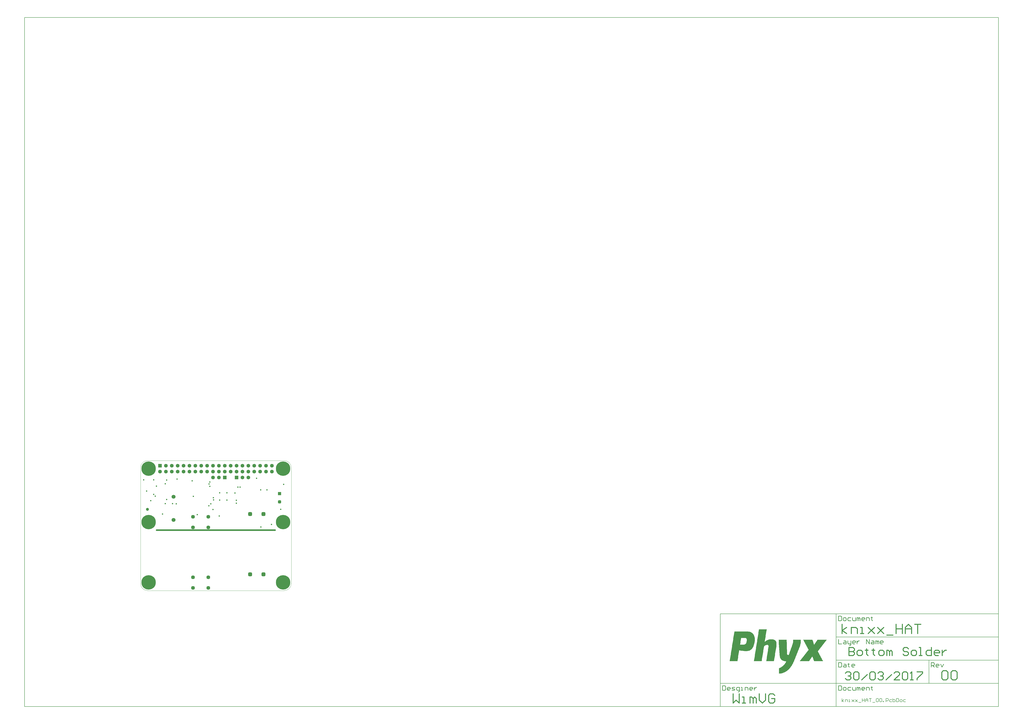
<source format=gbs>
G04 Layer_Color=16711935*
%FSLAX25Y25*%
%MOIN*%
G70*
G01*
G75*
%ADD11C,0.00787*%
%ADD36C,0.01575*%
%ADD37C,0.00394*%
%ADD38C,0.00984*%
%ADD40C,0.05118*%
%ADD42C,0.06299*%
%ADD88C,0.06394*%
%ADD89C,0.00394*%
%ADD90C,0.24410*%
G04:AMPARAMS|DCode=91|XSize=66.93mil|YSize=66.93mil|CornerRadius=17.72mil|HoleSize=0mil|Usage=FLASHONLY|Rotation=0.000|XOffset=0mil|YOffset=0mil|HoleType=Round|Shape=RoundedRectangle|*
%AMROUNDEDRECTD91*
21,1,0.06693,0.03150,0,0,0.0*
21,1,0.03150,0.06693,0,0,0.0*
1,1,0.03543,0.01575,-0.01575*
1,1,0.03543,-0.01575,-0.01575*
1,1,0.03543,-0.01575,0.01575*
1,1,0.03543,0.01575,0.01575*
%
%ADD91ROUNDEDRECTD91*%
%ADD92C,0.06693*%
%ADD93R,0.06299X0.06299*%
G04:AMPARAMS|DCode=94|XSize=53.15mil|YSize=53.15mil|CornerRadius=14.27mil|HoleSize=0mil|Usage=FLASHONLY|Rotation=270.000|XOffset=0mil|YOffset=0mil|HoleType=Round|Shape=RoundedRectangle|*
%AMROUNDEDRECTD94*
21,1,0.05315,0.02461,0,0,270.0*
21,1,0.02461,0.05315,0,0,270.0*
1,1,0.02854,-0.01230,-0.01230*
1,1,0.02854,-0.01230,0.01230*
1,1,0.02854,0.01230,0.01230*
1,1,0.02854,0.01230,-0.01230*
%
%ADD94ROUNDEDRECTD94*%
%ADD95R,0.05315X0.05315*%
%ADD96C,0.02756*%
%ADD97C,0.02362*%
G36*
X1121080Y-186079D02*
Y-186365D01*
Y-186652D01*
Y-186938D01*
Y-187224D01*
Y-187511D01*
Y-187797D01*
Y-188083D01*
Y-188370D01*
Y-188656D01*
Y-188942D01*
Y-189229D01*
Y-189515D01*
Y-189801D01*
Y-190088D01*
Y-190374D01*
Y-190660D01*
Y-190946D01*
Y-191233D01*
Y-191519D01*
Y-191806D01*
X1120793D01*
Y-192092D01*
Y-192378D01*
Y-192664D01*
Y-192951D01*
Y-193237D01*
X1120507D01*
Y-193523D01*
Y-193810D01*
Y-194096D01*
Y-194382D01*
X1120221D01*
Y-194669D01*
Y-194955D01*
Y-195241D01*
Y-195528D01*
X1119934D01*
Y-195814D01*
Y-196100D01*
Y-196387D01*
X1119648D01*
Y-196673D01*
Y-196959D01*
Y-197245D01*
X1119362D01*
Y-197532D01*
Y-197818D01*
Y-198104D01*
X1119075D01*
Y-198391D01*
Y-198677D01*
Y-198963D01*
X1118789D01*
Y-199250D01*
Y-199536D01*
X1118503D01*
Y-199822D01*
Y-200109D01*
X1118217D01*
Y-200395D01*
Y-200681D01*
Y-200968D01*
X1117930D01*
Y-201254D01*
Y-201540D01*
X1117644D01*
Y-201826D01*
Y-202113D01*
Y-202399D01*
X1117358D01*
Y-202685D01*
Y-202972D01*
X1117071D01*
Y-203258D01*
Y-203544D01*
Y-203831D01*
X1116785D01*
Y-204117D01*
Y-204403D01*
X1116499D01*
Y-204690D01*
Y-204976D01*
Y-205262D01*
X1116212D01*
Y-205549D01*
Y-205835D01*
X1115926D01*
Y-206121D01*
Y-206407D01*
Y-206694D01*
X1115640D01*
Y-206980D01*
Y-207266D01*
X1115353D01*
Y-207553D01*
Y-207839D01*
Y-208125D01*
X1115067D01*
Y-208412D01*
Y-208698D01*
X1114781D01*
Y-208984D01*
Y-209271D01*
Y-209557D01*
X1114494D01*
Y-209843D01*
Y-210129D01*
X1114208D01*
Y-210416D01*
Y-210702D01*
Y-210988D01*
X1113922D01*
Y-211275D01*
Y-211561D01*
X1113636D01*
Y-211847D01*
Y-212134D01*
Y-212420D01*
X1113349D01*
Y-212706D01*
Y-212993D01*
X1113063D01*
Y-213279D01*
Y-213565D01*
Y-213851D01*
X1112776D01*
Y-214138D01*
Y-214424D01*
X1112490D01*
Y-214710D01*
Y-214997D01*
Y-215283D01*
X1112204D01*
Y-215569D01*
Y-215856D01*
X1111918D01*
Y-216142D01*
Y-216428D01*
Y-216715D01*
X1111631D01*
Y-217001D01*
Y-217287D01*
X1111345D01*
Y-217574D01*
Y-217860D01*
Y-218146D01*
X1111059D01*
Y-218433D01*
Y-218719D01*
X1110772D01*
Y-219005D01*
Y-219291D01*
Y-219578D01*
X1110486D01*
Y-219864D01*
Y-220150D01*
X1110200D01*
Y-220437D01*
Y-220723D01*
Y-221009D01*
X1109913D01*
Y-221296D01*
Y-221582D01*
X1109627D01*
Y-221868D01*
Y-222155D01*
Y-222441D01*
X1109341D01*
Y-222727D01*
Y-223014D01*
X1109054D01*
Y-223300D01*
Y-223586D01*
X1108768D01*
Y-223872D01*
Y-224159D01*
X1108482D01*
Y-224445D01*
Y-224731D01*
Y-225018D01*
X1108195D01*
Y-225304D01*
X1107909D01*
Y-225590D01*
Y-225877D01*
Y-226163D01*
X1107623D01*
Y-226449D01*
X1107337D01*
Y-226736D01*
Y-227022D01*
X1107050D01*
Y-227308D01*
Y-227595D01*
X1106764D01*
Y-227881D01*
Y-228167D01*
X1106478D01*
Y-228453D01*
Y-228740D01*
X1106191D01*
Y-229026D01*
X1105905D01*
Y-229312D01*
Y-229599D01*
X1105619D01*
Y-229885D01*
Y-230171D01*
X1105332D01*
Y-230458D01*
X1105046D01*
Y-230744D01*
X1104760D01*
Y-231030D01*
Y-231317D01*
X1104473D01*
Y-231603D01*
X1104187D01*
Y-231889D01*
Y-232176D01*
X1103901D01*
Y-232462D01*
X1103615D01*
Y-232748D01*
X1103328D01*
Y-233034D01*
Y-233321D01*
X1103042D01*
Y-233607D01*
X1102756D01*
Y-233893D01*
X1102469D01*
Y-234180D01*
X1102183D01*
Y-234466D01*
X1101897D01*
Y-234752D01*
Y-235039D01*
X1101610D01*
Y-235325D01*
X1101324D01*
Y-235611D01*
X1101038D01*
Y-235898D01*
X1100751D01*
Y-236184D01*
X1100465D01*
Y-236470D01*
X1100179D01*
Y-236757D01*
X1099892D01*
Y-237043D01*
X1099320D01*
Y-237329D01*
X1099034D01*
Y-237615D01*
X1098747D01*
Y-237902D01*
X1098461D01*
Y-238188D01*
X1098175D01*
Y-238474D01*
X1097602D01*
Y-238761D01*
X1097316D01*
Y-239047D01*
X1096743D01*
Y-239333D01*
X1096457D01*
Y-239620D01*
X1095884D01*
Y-239906D01*
X1095598D01*
Y-240192D01*
X1095025D01*
Y-240479D01*
X1094452D01*
Y-240765D01*
X1093880D01*
Y-241051D01*
X1093307D01*
Y-241338D01*
X1092735D01*
Y-241624D01*
X1091876D01*
Y-241910D01*
X1091303D01*
Y-242196D01*
X1090444D01*
Y-242483D01*
X1089299D01*
Y-242769D01*
X1088154D01*
Y-243056D01*
X1086436D01*
Y-243342D01*
X1084432D01*
Y-243628D01*
X1084145D01*
Y-243342D01*
Y-243056D01*
Y-242769D01*
Y-242483D01*
Y-242196D01*
Y-241910D01*
Y-241624D01*
Y-241338D01*
Y-241051D01*
Y-240765D01*
Y-240479D01*
Y-240192D01*
Y-239906D01*
Y-239620D01*
Y-239333D01*
Y-239047D01*
Y-238761D01*
Y-238474D01*
Y-238188D01*
Y-237902D01*
Y-237615D01*
Y-237329D01*
Y-237043D01*
Y-236757D01*
Y-236470D01*
Y-236184D01*
Y-235898D01*
Y-235611D01*
Y-235325D01*
Y-235039D01*
Y-234752D01*
Y-234466D01*
Y-234180D01*
X1084718D01*
Y-233893D01*
X1085291D01*
Y-233607D01*
X1085863D01*
Y-233321D01*
X1086436D01*
Y-233034D01*
X1087008D01*
Y-232748D01*
X1087581D01*
Y-232462D01*
X1087867D01*
Y-232176D01*
X1088440D01*
Y-231889D01*
X1088726D01*
Y-231603D01*
X1089299D01*
Y-231317D01*
X1089585D01*
Y-231030D01*
X1089872D01*
Y-230744D01*
X1090444D01*
Y-230458D01*
X1090730D01*
Y-230171D01*
X1091017D01*
Y-229885D01*
X1091303D01*
Y-229599D01*
X1091589D01*
Y-229312D01*
X1091876D01*
Y-229026D01*
X1092162D01*
Y-228740D01*
X1092448D01*
Y-228453D01*
X1092735D01*
Y-228167D01*
X1093021D01*
Y-227881D01*
X1093307D01*
Y-227595D01*
X1093594D01*
Y-227308D01*
Y-227022D01*
X1093880D01*
Y-226736D01*
X1094166D01*
Y-226449D01*
X1094452D01*
Y-226163D01*
Y-225877D01*
X1094739D01*
Y-225590D01*
X1095025D01*
Y-225304D01*
Y-225018D01*
X1095311D01*
Y-224731D01*
Y-224445D01*
X1095598D01*
Y-224159D01*
X1095884D01*
Y-223872D01*
Y-223586D01*
X1096170D01*
Y-223300D01*
Y-223014D01*
X1096457D01*
Y-222727D01*
Y-222441D01*
X1094739D01*
Y-222155D01*
X1092735D01*
Y-221868D01*
X1091589D01*
Y-221582D01*
X1091017D01*
Y-221296D01*
X1090158D01*
Y-221009D01*
X1089585D01*
Y-220723D01*
X1089299D01*
Y-220437D01*
X1088726D01*
Y-220150D01*
X1088440D01*
Y-219864D01*
X1088154D01*
Y-219578D01*
X1087867D01*
Y-219291D01*
X1087581D01*
Y-219005D01*
X1087295D01*
Y-218719D01*
Y-218433D01*
X1087008D01*
Y-218146D01*
X1086722D01*
Y-217860D01*
Y-217574D01*
X1086436D01*
Y-217287D01*
Y-217001D01*
X1086149D01*
Y-216715D01*
Y-216428D01*
X1085863D01*
Y-216142D01*
Y-215856D01*
Y-215569D01*
X1085577D01*
Y-215283D01*
Y-214997D01*
Y-214710D01*
Y-214424D01*
X1085291D01*
Y-214138D01*
Y-213851D01*
Y-213565D01*
Y-213279D01*
Y-212993D01*
Y-212706D01*
Y-212420D01*
X1085004D01*
Y-212134D01*
Y-211847D01*
Y-211561D01*
Y-211275D01*
Y-210988D01*
Y-210702D01*
Y-210416D01*
Y-210129D01*
Y-209843D01*
Y-209557D01*
Y-209271D01*
Y-208984D01*
Y-208698D01*
Y-208412D01*
Y-208125D01*
X1084718D01*
Y-207839D01*
Y-207553D01*
Y-207266D01*
Y-206980D01*
Y-206694D01*
Y-206407D01*
Y-206121D01*
Y-205835D01*
Y-205549D01*
Y-205262D01*
Y-204976D01*
Y-204690D01*
Y-204403D01*
Y-204117D01*
Y-203831D01*
X1084432D01*
Y-203544D01*
Y-203258D01*
Y-202972D01*
Y-202685D01*
Y-202399D01*
Y-202113D01*
Y-201826D01*
Y-201540D01*
Y-201254D01*
Y-200968D01*
Y-200681D01*
Y-200395D01*
Y-200109D01*
Y-199822D01*
Y-199536D01*
Y-199250D01*
X1084145D01*
Y-198963D01*
Y-198677D01*
Y-198391D01*
Y-198104D01*
Y-197818D01*
Y-197532D01*
Y-197245D01*
Y-196959D01*
Y-196673D01*
Y-196387D01*
Y-196100D01*
Y-195814D01*
Y-195528D01*
Y-195241D01*
Y-194955D01*
Y-194669D01*
X1083859D01*
Y-194382D01*
Y-194096D01*
Y-193810D01*
Y-193523D01*
Y-193237D01*
Y-192951D01*
Y-192664D01*
Y-192378D01*
Y-192092D01*
Y-191806D01*
Y-191519D01*
Y-191233D01*
Y-190946D01*
Y-190660D01*
X1083573D01*
Y-190374D01*
Y-190088D01*
Y-189801D01*
Y-189515D01*
Y-189229D01*
Y-188942D01*
Y-188656D01*
Y-188370D01*
Y-188083D01*
Y-187797D01*
Y-187511D01*
Y-187224D01*
Y-186938D01*
Y-186652D01*
Y-186365D01*
Y-186079D01*
X1083286D01*
Y-185793D01*
X1097029D01*
Y-186079D01*
Y-186365D01*
Y-186652D01*
Y-186938D01*
Y-187224D01*
Y-187511D01*
Y-187797D01*
Y-188083D01*
Y-188370D01*
Y-188656D01*
Y-188942D01*
Y-189229D01*
Y-189515D01*
Y-189801D01*
X1097316D01*
Y-190088D01*
Y-190374D01*
Y-190660D01*
Y-190946D01*
Y-191233D01*
Y-191519D01*
Y-191806D01*
Y-192092D01*
Y-192378D01*
Y-192664D01*
Y-192951D01*
Y-193237D01*
Y-193523D01*
Y-193810D01*
Y-194096D01*
Y-194382D01*
Y-194669D01*
Y-194955D01*
Y-195241D01*
Y-195528D01*
Y-195814D01*
Y-196100D01*
Y-196387D01*
Y-196673D01*
Y-196959D01*
Y-197245D01*
Y-197532D01*
Y-197818D01*
Y-198104D01*
Y-198391D01*
Y-198677D01*
Y-198963D01*
Y-199250D01*
Y-199536D01*
Y-199822D01*
Y-200109D01*
Y-200395D01*
Y-200681D01*
Y-200968D01*
Y-201254D01*
Y-201540D01*
X1097602D01*
Y-201826D01*
X1097316D01*
Y-202113D01*
Y-202399D01*
X1097602D01*
Y-202685D01*
Y-202972D01*
Y-203258D01*
Y-203544D01*
Y-203831D01*
Y-204117D01*
Y-204403D01*
Y-204690D01*
Y-204976D01*
Y-205262D01*
Y-205549D01*
Y-205835D01*
Y-206121D01*
Y-206407D01*
Y-206694D01*
Y-206980D01*
Y-207266D01*
Y-207553D01*
Y-207839D01*
Y-208125D01*
Y-208412D01*
Y-208698D01*
Y-208984D01*
Y-209271D01*
Y-209557D01*
Y-209843D01*
X1097888D01*
Y-210129D01*
Y-210416D01*
Y-210702D01*
X1098175D01*
Y-210988D01*
X1098461D01*
Y-211275D01*
X1098747D01*
Y-211561D01*
X1099606D01*
Y-211847D01*
X1100465D01*
Y-211561D01*
X1100751D01*
Y-211275D01*
Y-210988D01*
Y-210702D01*
X1101038D01*
Y-210416D01*
Y-210129D01*
X1101324D01*
Y-209843D01*
Y-209557D01*
Y-209271D01*
X1101610D01*
Y-208984D01*
Y-208698D01*
Y-208412D01*
X1101897D01*
Y-208125D01*
Y-207839D01*
Y-207553D01*
X1102183D01*
Y-207266D01*
Y-206980D01*
Y-206694D01*
X1102469D01*
Y-206407D01*
Y-206121D01*
X1102756D01*
Y-205835D01*
Y-205549D01*
Y-205262D01*
X1103042D01*
Y-204976D01*
Y-204690D01*
Y-204403D01*
X1103328D01*
Y-204117D01*
Y-203831D01*
Y-203544D01*
X1103615D01*
Y-203258D01*
Y-202972D01*
X1103901D01*
Y-202685D01*
Y-202399D01*
Y-202113D01*
X1104187D01*
Y-201826D01*
Y-201540D01*
Y-201254D01*
X1104473D01*
Y-200968D01*
Y-200681D01*
Y-200395D01*
X1104760D01*
Y-200109D01*
Y-199822D01*
X1105046D01*
Y-199536D01*
Y-199250D01*
Y-198963D01*
X1105332D01*
Y-198677D01*
Y-198391D01*
Y-198104D01*
X1105619D01*
Y-197818D01*
Y-197532D01*
Y-197245D01*
X1105905D01*
Y-196959D01*
Y-196673D01*
X1106191D01*
Y-196387D01*
Y-196100D01*
Y-195814D01*
X1106478D01*
Y-195528D01*
Y-195241D01*
Y-194955D01*
X1106764D01*
Y-194669D01*
Y-194382D01*
Y-194096D01*
X1107050D01*
Y-193810D01*
Y-193523D01*
Y-193237D01*
Y-192951D01*
X1107337D01*
Y-192664D01*
Y-192378D01*
Y-192092D01*
Y-191806D01*
X1107623D01*
Y-191519D01*
Y-191233D01*
Y-190946D01*
Y-190660D01*
Y-190374D01*
X1107909D01*
Y-190088D01*
Y-189801D01*
Y-189515D01*
Y-189229D01*
Y-188942D01*
Y-188656D01*
X1108195D01*
Y-188370D01*
Y-188083D01*
Y-187797D01*
Y-187511D01*
Y-187224D01*
Y-186938D01*
Y-186652D01*
Y-186365D01*
Y-186079D01*
Y-185793D01*
X1121080D01*
Y-186079D01*
D02*
G37*
G36*
X1063244Y-168614D02*
Y-168900D01*
X1062958D01*
Y-169187D01*
Y-169473D01*
Y-169759D01*
Y-170046D01*
Y-170332D01*
Y-170618D01*
X1062672D01*
Y-170905D01*
Y-171191D01*
Y-171477D01*
Y-171764D01*
Y-172050D01*
Y-172336D01*
X1062385D01*
Y-172623D01*
Y-172909D01*
Y-173195D01*
Y-173481D01*
Y-173768D01*
Y-174054D01*
Y-174340D01*
X1062099D01*
Y-174627D01*
Y-174913D01*
Y-175199D01*
Y-175486D01*
Y-175772D01*
Y-176058D01*
X1061813D01*
Y-176345D01*
Y-176631D01*
Y-176917D01*
Y-177204D01*
Y-177490D01*
Y-177776D01*
X1061526D01*
Y-178062D01*
Y-178349D01*
Y-178635D01*
Y-178921D01*
Y-179208D01*
Y-179494D01*
Y-179780D01*
X1061240D01*
Y-180067D01*
Y-180353D01*
Y-180639D01*
Y-180926D01*
Y-181212D01*
Y-181498D01*
X1060954D01*
Y-181784D01*
Y-182071D01*
Y-182357D01*
Y-182643D01*
Y-182930D01*
Y-183216D01*
X1060668D01*
Y-183502D01*
Y-183789D01*
Y-184075D01*
Y-184361D01*
Y-184648D01*
Y-184934D01*
X1060381D01*
Y-185220D01*
Y-185507D01*
Y-185793D01*
Y-186079D01*
Y-186365D01*
Y-186652D01*
Y-186938D01*
X1060095D01*
Y-187224D01*
Y-187511D01*
Y-187797D01*
Y-188083D01*
Y-188370D01*
Y-188656D01*
X1059809D01*
Y-188942D01*
Y-189229D01*
X1060381D01*
Y-188942D01*
X1060668D01*
Y-188656D01*
X1060954D01*
Y-188370D01*
X1061526D01*
Y-188083D01*
X1061813D01*
Y-187797D01*
X1062099D01*
Y-187511D01*
X1062672D01*
Y-187224D01*
X1063244D01*
Y-186938D01*
X1063531D01*
Y-186652D01*
X1064103D01*
Y-186365D01*
X1064962D01*
Y-186079D01*
X1065535D01*
Y-185793D01*
X1066394D01*
Y-185507D01*
X1067825D01*
Y-185220D01*
X1074124D01*
Y-185507D01*
X1075270D01*
Y-185793D01*
X1076128D01*
Y-186079D01*
X1076701D01*
Y-186365D01*
X1076987D01*
Y-186652D01*
X1077560D01*
Y-186938D01*
X1077846D01*
Y-187224D01*
X1078133D01*
Y-187511D01*
X1078419D01*
Y-187797D01*
X1078705D01*
Y-188083D01*
Y-188370D01*
X1078992D01*
Y-188656D01*
Y-188942D01*
X1079278D01*
Y-189229D01*
Y-189515D01*
Y-189801D01*
X1079564D01*
Y-190088D01*
Y-190374D01*
Y-190660D01*
Y-190946D01*
X1079850D01*
Y-191233D01*
Y-191519D01*
Y-191806D01*
Y-192092D01*
Y-192378D01*
Y-192664D01*
Y-192951D01*
Y-193237D01*
Y-193523D01*
Y-193810D01*
Y-194096D01*
Y-194382D01*
Y-194669D01*
Y-194955D01*
Y-195241D01*
Y-195528D01*
Y-195814D01*
Y-196100D01*
X1079564D01*
Y-196387D01*
Y-196673D01*
Y-196959D01*
Y-197245D01*
Y-197532D01*
Y-197818D01*
Y-198104D01*
X1079278D01*
Y-198391D01*
Y-198677D01*
Y-198963D01*
Y-199250D01*
Y-199536D01*
Y-199822D01*
Y-200109D01*
X1078992D01*
Y-200395D01*
Y-200681D01*
Y-200968D01*
Y-201254D01*
Y-201540D01*
Y-201826D01*
X1078705D01*
Y-202113D01*
Y-202399D01*
Y-202685D01*
Y-202972D01*
Y-203258D01*
Y-203544D01*
X1078419D01*
Y-203831D01*
Y-204117D01*
Y-204403D01*
Y-204690D01*
Y-204976D01*
Y-205262D01*
X1078133D01*
Y-205549D01*
Y-205835D01*
Y-206121D01*
Y-206407D01*
Y-206694D01*
Y-206980D01*
Y-207266D01*
X1077846D01*
Y-207553D01*
Y-207839D01*
Y-208125D01*
Y-208412D01*
Y-208698D01*
Y-208984D01*
X1077560D01*
Y-209271D01*
Y-209557D01*
Y-209843D01*
Y-210129D01*
Y-210416D01*
Y-210702D01*
X1077274D01*
Y-210988D01*
Y-211275D01*
Y-211561D01*
Y-211847D01*
Y-212134D01*
Y-212420D01*
Y-212706D01*
X1076987D01*
Y-212993D01*
Y-213279D01*
Y-213565D01*
Y-213851D01*
Y-214138D01*
Y-214424D01*
X1076701D01*
Y-214710D01*
Y-214997D01*
Y-215283D01*
Y-215569D01*
Y-215856D01*
Y-216142D01*
X1076415D01*
Y-216428D01*
Y-216715D01*
Y-217001D01*
Y-217287D01*
Y-217574D01*
Y-217860D01*
X1076128D01*
Y-218146D01*
Y-218433D01*
Y-218719D01*
Y-219005D01*
Y-219291D01*
Y-219578D01*
Y-219864D01*
X1075842D01*
Y-220150D01*
Y-220437D01*
Y-220723D01*
Y-221009D01*
Y-221296D01*
Y-221582D01*
X1075556D01*
Y-221868D01*
Y-222155D01*
X1062385D01*
Y-221868D01*
Y-221582D01*
X1062672D01*
Y-221296D01*
Y-221009D01*
Y-220723D01*
Y-220437D01*
Y-220150D01*
Y-219864D01*
X1062958D01*
Y-219578D01*
Y-219291D01*
Y-219005D01*
Y-218719D01*
Y-218433D01*
Y-218146D01*
Y-217860D01*
X1063244D01*
Y-217574D01*
Y-217287D01*
Y-217001D01*
Y-216715D01*
Y-216428D01*
Y-216142D01*
X1063531D01*
Y-215856D01*
Y-215569D01*
Y-215283D01*
Y-214997D01*
Y-214710D01*
Y-214424D01*
X1063817D01*
Y-214138D01*
Y-213851D01*
Y-213565D01*
Y-213279D01*
Y-212993D01*
Y-212706D01*
Y-212420D01*
X1064103D01*
Y-212134D01*
Y-211847D01*
Y-211561D01*
Y-211275D01*
Y-210988D01*
Y-210702D01*
X1064390D01*
Y-210416D01*
Y-210129D01*
Y-209843D01*
Y-209557D01*
Y-209271D01*
Y-208984D01*
Y-208698D01*
X1064676D01*
Y-208412D01*
Y-208125D01*
Y-207839D01*
Y-207553D01*
Y-207266D01*
Y-206980D01*
X1064962D01*
Y-206694D01*
Y-206407D01*
Y-206121D01*
Y-205835D01*
Y-205549D01*
Y-205262D01*
X1065249D01*
Y-204976D01*
Y-204690D01*
Y-204403D01*
Y-204117D01*
Y-203831D01*
Y-203544D01*
X1065535D01*
Y-203258D01*
Y-202972D01*
Y-202685D01*
Y-202399D01*
Y-202113D01*
Y-201826D01*
Y-201540D01*
X1065821D01*
Y-201254D01*
Y-200968D01*
Y-200681D01*
Y-200395D01*
Y-200109D01*
Y-199822D01*
X1066107D01*
Y-199536D01*
Y-199250D01*
Y-198963D01*
Y-198677D01*
Y-198391D01*
Y-198104D01*
Y-197818D01*
X1066394D01*
Y-197532D01*
Y-197245D01*
Y-196959D01*
Y-196673D01*
Y-196387D01*
Y-196100D01*
X1066107D01*
Y-195814D01*
Y-195528D01*
X1065821D01*
Y-195241D01*
X1065535D01*
Y-194955D01*
X1064962D01*
Y-194669D01*
X1063244D01*
Y-194955D01*
X1061813D01*
Y-195241D01*
X1060954D01*
Y-195528D01*
X1060381D01*
Y-195814D01*
X1060095D01*
Y-196100D01*
X1059522D01*
Y-196387D01*
X1059236D01*
Y-196673D01*
X1058950D01*
Y-196959D01*
Y-197245D01*
X1058663D01*
Y-197532D01*
Y-197818D01*
Y-198104D01*
X1058377D01*
Y-198391D01*
Y-198677D01*
Y-198963D01*
Y-199250D01*
Y-199536D01*
Y-199822D01*
X1058091D01*
Y-200109D01*
Y-200395D01*
Y-200681D01*
Y-200968D01*
Y-201254D01*
Y-201540D01*
Y-201826D01*
X1057804D01*
Y-202113D01*
Y-202399D01*
Y-202685D01*
Y-202972D01*
Y-203258D01*
Y-203544D01*
X1057518D01*
Y-203831D01*
Y-204117D01*
Y-204403D01*
Y-204690D01*
Y-204976D01*
Y-205262D01*
X1057232D01*
Y-205549D01*
Y-205835D01*
Y-206121D01*
Y-206407D01*
Y-206694D01*
Y-206980D01*
X1056946D01*
Y-207266D01*
Y-207553D01*
Y-207839D01*
Y-208125D01*
Y-208412D01*
Y-208698D01*
Y-208984D01*
X1056659D01*
Y-209271D01*
Y-209557D01*
Y-209843D01*
Y-210129D01*
Y-210416D01*
Y-210702D01*
X1056373D01*
Y-210988D01*
Y-211275D01*
Y-211561D01*
Y-211847D01*
Y-212134D01*
Y-212420D01*
X1056087D01*
Y-212706D01*
Y-212993D01*
Y-213279D01*
Y-213565D01*
Y-213851D01*
Y-214138D01*
Y-214424D01*
X1055800D01*
Y-214710D01*
Y-214997D01*
Y-215283D01*
Y-215569D01*
Y-215856D01*
Y-216142D01*
X1055514D01*
Y-216428D01*
Y-216715D01*
Y-217001D01*
Y-217287D01*
Y-217574D01*
Y-217860D01*
X1055228D01*
Y-218146D01*
Y-218433D01*
Y-218719D01*
Y-219005D01*
Y-219291D01*
Y-219578D01*
X1054941D01*
Y-219864D01*
Y-220150D01*
Y-220437D01*
Y-220723D01*
Y-221009D01*
Y-221296D01*
Y-221582D01*
X1054655D01*
Y-221868D01*
Y-222155D01*
X1041485D01*
Y-221868D01*
Y-221582D01*
X1041771D01*
Y-221296D01*
Y-221009D01*
Y-220723D01*
Y-220437D01*
Y-220150D01*
Y-219864D01*
Y-219578D01*
X1042057D01*
Y-219291D01*
Y-219005D01*
Y-218719D01*
Y-218433D01*
Y-218146D01*
Y-217860D01*
X1042344D01*
Y-217574D01*
Y-217287D01*
Y-217001D01*
Y-216715D01*
Y-216428D01*
Y-216142D01*
X1042630D01*
Y-215856D01*
Y-215569D01*
Y-215283D01*
Y-214997D01*
Y-214710D01*
Y-214424D01*
Y-214138D01*
X1042916D01*
Y-213851D01*
Y-213565D01*
Y-213279D01*
Y-212993D01*
Y-212706D01*
Y-212420D01*
X1043202D01*
Y-212134D01*
Y-211847D01*
Y-211561D01*
Y-211275D01*
Y-210988D01*
Y-210702D01*
X1043489D01*
Y-210416D01*
Y-210129D01*
Y-209843D01*
Y-209557D01*
Y-209271D01*
Y-208984D01*
X1043775D01*
Y-208698D01*
Y-208412D01*
Y-208125D01*
Y-207839D01*
Y-207553D01*
Y-207266D01*
Y-206980D01*
X1044061D01*
Y-206694D01*
Y-206407D01*
Y-206121D01*
Y-205835D01*
Y-205549D01*
Y-205262D01*
X1044348D01*
Y-204976D01*
Y-204690D01*
Y-204403D01*
Y-204117D01*
Y-203831D01*
Y-203544D01*
X1044634D01*
Y-203258D01*
Y-202972D01*
Y-202685D01*
Y-202399D01*
Y-202113D01*
Y-201826D01*
Y-201540D01*
X1044920D01*
Y-201254D01*
Y-200968D01*
Y-200681D01*
Y-200395D01*
Y-200109D01*
Y-199822D01*
X1045207D01*
Y-199536D01*
Y-199250D01*
Y-198963D01*
Y-198677D01*
Y-198391D01*
Y-198104D01*
X1045493D01*
Y-197818D01*
Y-197532D01*
Y-197245D01*
Y-196959D01*
Y-196673D01*
Y-196387D01*
X1045779D01*
Y-196100D01*
Y-195814D01*
Y-195528D01*
Y-195241D01*
Y-194955D01*
Y-194669D01*
Y-194382D01*
X1046066D01*
Y-194096D01*
Y-193810D01*
Y-193523D01*
Y-193237D01*
Y-192951D01*
Y-192664D01*
X1046352D01*
Y-192378D01*
Y-192092D01*
Y-191806D01*
Y-191519D01*
Y-191233D01*
Y-190946D01*
X1046638D01*
Y-190660D01*
Y-190374D01*
Y-190088D01*
Y-189801D01*
Y-189515D01*
Y-189229D01*
X1046925D01*
Y-188942D01*
Y-188656D01*
Y-188370D01*
Y-188083D01*
Y-187797D01*
Y-187511D01*
Y-187224D01*
X1047211D01*
Y-186938D01*
Y-186652D01*
Y-186365D01*
Y-186079D01*
Y-185793D01*
Y-185507D01*
X1047497D01*
Y-185220D01*
Y-184934D01*
Y-184648D01*
Y-184361D01*
Y-184075D01*
Y-183789D01*
X1047783D01*
Y-183502D01*
Y-183216D01*
Y-182930D01*
Y-182643D01*
Y-182357D01*
Y-182071D01*
Y-181784D01*
X1048070D01*
Y-181498D01*
Y-181212D01*
Y-180926D01*
Y-180639D01*
Y-180353D01*
Y-180067D01*
X1048356D01*
Y-179780D01*
Y-179494D01*
Y-179208D01*
Y-178921D01*
Y-178635D01*
Y-178349D01*
X1048642D01*
Y-178062D01*
Y-177776D01*
Y-177490D01*
Y-177204D01*
Y-176917D01*
Y-176631D01*
X1048929D01*
Y-176345D01*
Y-176058D01*
Y-175772D01*
Y-175486D01*
Y-175199D01*
Y-174913D01*
Y-174627D01*
X1049215D01*
Y-174340D01*
Y-174054D01*
Y-173768D01*
Y-173481D01*
Y-173195D01*
Y-172909D01*
X1049501D01*
Y-172623D01*
Y-172336D01*
Y-172050D01*
Y-171764D01*
Y-171477D01*
Y-171191D01*
X1049788D01*
Y-170905D01*
Y-170618D01*
Y-170332D01*
Y-170046D01*
Y-169759D01*
Y-169473D01*
Y-169187D01*
X1050074D01*
Y-168900D01*
Y-168614D01*
Y-168328D01*
X1063244D01*
Y-168614D01*
D02*
G37*
G36*
X1032036Y-172050D02*
X1033754D01*
Y-172336D01*
X1034613D01*
Y-172623D01*
X1035472D01*
Y-172909D01*
X1036331D01*
Y-173195D01*
X1036904D01*
Y-173481D01*
X1037190D01*
Y-173768D01*
X1037763D01*
Y-174054D01*
X1038049D01*
Y-174340D01*
X1038622D01*
Y-174627D01*
X1038908D01*
Y-174913D01*
X1039194D01*
Y-175199D01*
X1039480D01*
Y-175486D01*
X1039767D01*
Y-175772D01*
X1040053D01*
Y-176058D01*
X1040339D01*
Y-176345D01*
Y-176631D01*
X1040626D01*
Y-176917D01*
X1040912D01*
Y-177204D01*
Y-177490D01*
X1041198D01*
Y-177776D01*
X1041485D01*
Y-178062D01*
Y-178349D01*
X1041771D01*
Y-178635D01*
Y-178921D01*
Y-179208D01*
X1042057D01*
Y-179494D01*
Y-179780D01*
Y-180067D01*
X1042344D01*
Y-180353D01*
Y-180639D01*
Y-180926D01*
Y-181212D01*
X1042630D01*
Y-181498D01*
Y-181784D01*
Y-182071D01*
Y-182357D01*
Y-182643D01*
X1042916D01*
Y-182930D01*
Y-183216D01*
Y-183502D01*
Y-183789D01*
Y-184075D01*
Y-184361D01*
Y-184648D01*
Y-184934D01*
Y-185220D01*
Y-185507D01*
Y-185793D01*
Y-186079D01*
Y-186365D01*
Y-186652D01*
Y-186938D01*
Y-187224D01*
Y-187511D01*
Y-187797D01*
Y-188083D01*
Y-188370D01*
X1042630D01*
Y-188656D01*
Y-188942D01*
Y-189229D01*
Y-189515D01*
Y-189801D01*
Y-190088D01*
Y-190374D01*
X1042344D01*
Y-190660D01*
Y-190946D01*
Y-191233D01*
Y-191519D01*
Y-191806D01*
X1042057D01*
Y-192092D01*
Y-192378D01*
Y-192664D01*
Y-192951D01*
Y-193237D01*
X1041771D01*
Y-193523D01*
Y-193810D01*
Y-194096D01*
X1041485D01*
Y-194382D01*
Y-194669D01*
Y-194955D01*
Y-195241D01*
X1041198D01*
Y-195528D01*
Y-195814D01*
Y-196100D01*
X1040912D01*
Y-196387D01*
Y-196673D01*
X1040626D01*
Y-196959D01*
Y-197245D01*
Y-197532D01*
X1040339D01*
Y-197818D01*
Y-198104D01*
X1040053D01*
Y-198391D01*
Y-198677D01*
X1039767D01*
Y-198963D01*
Y-199250D01*
X1039480D01*
Y-199536D01*
X1039194D01*
Y-199822D01*
Y-200109D01*
X1038908D01*
Y-200395D01*
X1038622D01*
Y-200681D01*
X1038335D01*
Y-200968D01*
Y-201254D01*
X1038049D01*
Y-201540D01*
X1037763D01*
Y-201826D01*
X1037476D01*
Y-202113D01*
X1037190D01*
Y-202399D01*
X1036904D01*
Y-202685D01*
X1036331D01*
Y-202972D01*
X1036045D01*
Y-203258D01*
X1035472D01*
Y-203544D01*
X1035186D01*
Y-203831D01*
X1034613D01*
Y-204117D01*
X1033754D01*
Y-204403D01*
X1032895D01*
Y-204690D01*
X1032036D01*
Y-204976D01*
X1030318D01*
Y-205262D01*
X1025165D01*
Y-204976D01*
X1022588D01*
Y-204690D01*
X1020584D01*
Y-204403D01*
X1019152D01*
Y-204117D01*
X1017721D01*
Y-203831D01*
X1016289D01*
Y-204117D01*
Y-204403D01*
Y-204690D01*
Y-204976D01*
Y-205262D01*
Y-205549D01*
Y-205835D01*
X1016003D01*
Y-206121D01*
Y-206407D01*
Y-206694D01*
Y-206980D01*
Y-207266D01*
Y-207553D01*
X1015716D01*
Y-207839D01*
Y-208125D01*
Y-208412D01*
Y-208698D01*
Y-208984D01*
Y-209271D01*
X1015430D01*
Y-209557D01*
Y-209843D01*
Y-210129D01*
Y-210416D01*
Y-210702D01*
Y-210988D01*
Y-211275D01*
X1015144D01*
Y-211561D01*
Y-211847D01*
Y-212134D01*
Y-212420D01*
Y-212706D01*
Y-212993D01*
X1014857D01*
Y-213279D01*
Y-213565D01*
Y-213851D01*
Y-214138D01*
Y-214424D01*
Y-214710D01*
X1014571D01*
Y-214997D01*
Y-215283D01*
Y-215569D01*
Y-215856D01*
Y-216142D01*
Y-216428D01*
Y-216715D01*
X1014285D01*
Y-217001D01*
Y-217287D01*
Y-217574D01*
Y-217860D01*
Y-218146D01*
Y-218433D01*
X1013999D01*
Y-218719D01*
Y-219005D01*
Y-219291D01*
Y-219578D01*
Y-219864D01*
Y-220150D01*
X1013712D01*
Y-220437D01*
Y-220723D01*
Y-221009D01*
Y-221296D01*
Y-221582D01*
Y-221868D01*
Y-222155D01*
X1000256D01*
Y-221868D01*
X1000542D01*
Y-221582D01*
Y-221296D01*
Y-221009D01*
Y-220723D01*
Y-220437D01*
X1000828D01*
Y-220150D01*
Y-219864D01*
Y-219578D01*
Y-219291D01*
Y-219005D01*
Y-218719D01*
Y-218433D01*
X1001114D01*
Y-218146D01*
Y-217860D01*
Y-217574D01*
Y-217287D01*
Y-217001D01*
Y-216715D01*
X1001401D01*
Y-216428D01*
Y-216142D01*
Y-215856D01*
Y-215569D01*
Y-215283D01*
Y-214997D01*
X1001687D01*
Y-214710D01*
Y-214424D01*
Y-214138D01*
Y-213851D01*
Y-213565D01*
Y-213279D01*
Y-212993D01*
X1001974D01*
Y-212706D01*
Y-212420D01*
Y-212134D01*
Y-211847D01*
Y-211561D01*
Y-211275D01*
X1002260D01*
Y-210988D01*
Y-210702D01*
Y-210416D01*
Y-210129D01*
Y-209843D01*
Y-209557D01*
X1002546D01*
Y-209271D01*
Y-208984D01*
Y-208698D01*
Y-208412D01*
Y-208125D01*
Y-207839D01*
X1002832D01*
Y-207553D01*
Y-207266D01*
Y-206980D01*
Y-206694D01*
Y-206407D01*
Y-206121D01*
Y-205835D01*
X1003119D01*
Y-205549D01*
Y-205262D01*
Y-204976D01*
Y-204690D01*
Y-204403D01*
Y-204117D01*
X1003405D01*
Y-203831D01*
Y-203544D01*
Y-203258D01*
Y-202972D01*
Y-202685D01*
Y-202399D01*
X1003691D01*
Y-202113D01*
Y-201826D01*
Y-201540D01*
Y-201254D01*
Y-200968D01*
Y-200681D01*
X1003978D01*
Y-200395D01*
Y-200109D01*
Y-199822D01*
Y-199536D01*
Y-199250D01*
Y-198963D01*
Y-198677D01*
X1004264D01*
Y-198391D01*
Y-198104D01*
Y-197818D01*
Y-197532D01*
Y-197245D01*
Y-196959D01*
X1004550D01*
Y-196673D01*
Y-196387D01*
Y-196100D01*
Y-195814D01*
Y-195528D01*
Y-195241D01*
X1004837D01*
Y-194955D01*
Y-194669D01*
Y-194382D01*
Y-194096D01*
Y-193810D01*
Y-193523D01*
Y-193237D01*
X1005123D01*
Y-192951D01*
Y-192664D01*
Y-192378D01*
Y-192092D01*
Y-191806D01*
Y-191519D01*
X1005409D01*
Y-191233D01*
Y-190946D01*
Y-190660D01*
Y-190374D01*
Y-190088D01*
Y-189801D01*
X1005696D01*
Y-189515D01*
Y-189229D01*
Y-188942D01*
Y-188656D01*
Y-188370D01*
Y-188083D01*
X1005982D01*
Y-187797D01*
Y-187511D01*
Y-187224D01*
Y-186938D01*
Y-186652D01*
Y-186365D01*
Y-186079D01*
X1006268D01*
Y-185793D01*
Y-185507D01*
Y-185220D01*
Y-184934D01*
Y-184648D01*
Y-184361D01*
X1006555D01*
Y-184075D01*
Y-183789D01*
Y-183502D01*
Y-183216D01*
Y-182930D01*
Y-182643D01*
X1006841D01*
Y-182357D01*
Y-182071D01*
Y-181784D01*
Y-181498D01*
Y-181212D01*
Y-180926D01*
Y-180639D01*
X1007127D01*
Y-180353D01*
Y-180067D01*
Y-179780D01*
Y-179494D01*
Y-179208D01*
Y-178921D01*
X1007413D01*
Y-178635D01*
Y-178349D01*
Y-178062D01*
Y-177776D01*
Y-177490D01*
Y-177204D01*
X1007700D01*
Y-176917D01*
Y-176631D01*
Y-176345D01*
Y-176058D01*
Y-175772D01*
Y-175486D01*
Y-175199D01*
X1007986D01*
Y-174913D01*
Y-174627D01*
Y-174340D01*
Y-174054D01*
Y-173768D01*
Y-173481D01*
X1008272D01*
Y-173195D01*
Y-172909D01*
Y-172623D01*
Y-172336D01*
Y-172050D01*
Y-171764D01*
X1032036D01*
Y-172050D01*
D02*
G37*
G36*
X1165172Y-186079D02*
X1164886D01*
Y-186365D01*
X1164599D01*
Y-186652D01*
Y-186938D01*
X1164313D01*
Y-187224D01*
X1164027D01*
Y-187511D01*
X1163740D01*
Y-187797D01*
Y-188083D01*
X1163454D01*
Y-188370D01*
X1163168D01*
Y-188656D01*
X1162881D01*
Y-188942D01*
X1162595D01*
Y-189229D01*
Y-189515D01*
X1162309D01*
Y-189801D01*
X1162022D01*
Y-190088D01*
X1161736D01*
Y-190374D01*
Y-190660D01*
X1161450D01*
Y-190946D01*
X1161163D01*
Y-191233D01*
X1160877D01*
Y-191519D01*
X1160591D01*
Y-191806D01*
Y-192092D01*
X1160305D01*
Y-192378D01*
X1160018D01*
Y-192664D01*
X1159732D01*
Y-192951D01*
Y-193237D01*
X1159445D01*
Y-193523D01*
X1159159D01*
Y-193810D01*
X1158873D01*
Y-194096D01*
Y-194382D01*
X1158587D01*
Y-194669D01*
X1158300D01*
Y-194955D01*
X1158014D01*
Y-195241D01*
X1157728D01*
Y-195528D01*
Y-195814D01*
X1157441D01*
Y-196100D01*
X1157155D01*
Y-196387D01*
X1156869D01*
Y-196673D01*
Y-196959D01*
X1156582D01*
Y-197245D01*
X1156296D01*
Y-197532D01*
X1156010D01*
Y-197818D01*
Y-198104D01*
X1155723D01*
Y-198391D01*
X1155437D01*
Y-198677D01*
X1155151D01*
Y-198963D01*
X1154865D01*
Y-199250D01*
Y-199536D01*
X1154578D01*
Y-199822D01*
X1154292D01*
Y-200109D01*
X1154006D01*
Y-200395D01*
Y-200681D01*
X1153719D01*
Y-200968D01*
X1153433D01*
Y-201254D01*
X1153147D01*
Y-201540D01*
Y-201826D01*
X1152860D01*
Y-202113D01*
X1152574D01*
Y-202399D01*
X1152288D01*
Y-202685D01*
X1152001D01*
Y-202972D01*
Y-203258D01*
X1151715D01*
Y-203544D01*
X1151429D01*
Y-203831D01*
X1151142D01*
Y-204117D01*
Y-204403D01*
X1150856D01*
Y-204690D01*
X1150570D01*
Y-204976D01*
X1150284D01*
Y-205262D01*
X1149997D01*
Y-205549D01*
Y-205835D01*
X1150284D01*
Y-206121D01*
Y-206407D01*
X1150570D01*
Y-206694D01*
Y-206980D01*
X1150856D01*
Y-207266D01*
X1151142D01*
Y-207553D01*
Y-207839D01*
X1151429D01*
Y-208125D01*
Y-208412D01*
X1151715D01*
Y-208698D01*
Y-208984D01*
X1152001D01*
Y-209271D01*
Y-209557D01*
X1152288D01*
Y-209843D01*
Y-210129D01*
X1152574D01*
Y-210416D01*
Y-210702D01*
X1152860D01*
Y-210988D01*
Y-211275D01*
X1153147D01*
Y-211561D01*
Y-211847D01*
X1153433D01*
Y-212134D01*
X1153719D01*
Y-212420D01*
Y-212706D01*
X1154006D01*
Y-212993D01*
Y-213279D01*
X1154292D01*
Y-213565D01*
Y-213851D01*
X1154578D01*
Y-214138D01*
Y-214424D01*
X1154865D01*
Y-214710D01*
Y-214997D01*
X1155151D01*
Y-215283D01*
Y-215569D01*
X1155437D01*
Y-215856D01*
Y-216142D01*
X1155723D01*
Y-216428D01*
X1156010D01*
Y-216715D01*
Y-217001D01*
X1156296D01*
Y-217287D01*
Y-217574D01*
X1156582D01*
Y-217860D01*
Y-218146D01*
X1156869D01*
Y-218433D01*
Y-218719D01*
X1157155D01*
Y-219005D01*
Y-219291D01*
X1157441D01*
Y-219578D01*
Y-219864D01*
X1157728D01*
Y-220150D01*
Y-220437D01*
X1158014D01*
Y-220723D01*
X1158300D01*
Y-221009D01*
Y-221296D01*
X1158587D01*
Y-221582D01*
Y-221868D01*
X1158873D01*
Y-222155D01*
X1143698D01*
Y-221868D01*
X1143412D01*
Y-221582D01*
Y-221296D01*
Y-221009D01*
X1143126D01*
Y-220723D01*
Y-220437D01*
Y-220150D01*
X1142839D01*
Y-219864D01*
Y-219578D01*
X1142553D01*
Y-219291D01*
Y-219005D01*
Y-218719D01*
X1142267D01*
Y-218433D01*
Y-218146D01*
Y-217860D01*
X1141980D01*
Y-217574D01*
Y-217287D01*
X1141694D01*
Y-217001D01*
Y-216715D01*
Y-216428D01*
X1141408D01*
Y-216142D01*
Y-215856D01*
Y-215569D01*
X1141121D01*
Y-215283D01*
Y-214997D01*
Y-214710D01*
X1140835D01*
Y-214424D01*
X1140263D01*
Y-214710D01*
Y-214997D01*
X1139976D01*
Y-215283D01*
X1139690D01*
Y-215569D01*
Y-215856D01*
X1139404D01*
Y-216142D01*
X1139117D01*
Y-216428D01*
Y-216715D01*
X1138831D01*
Y-217001D01*
X1138545D01*
Y-217287D01*
Y-217574D01*
X1138258D01*
Y-217860D01*
X1137972D01*
Y-218146D01*
X1137686D01*
Y-218433D01*
Y-218719D01*
X1137399D01*
Y-219005D01*
X1137113D01*
Y-219291D01*
Y-219578D01*
X1136827D01*
Y-219864D01*
X1136541D01*
Y-220150D01*
Y-220437D01*
X1136254D01*
Y-220723D01*
X1135968D01*
Y-221009D01*
Y-221296D01*
X1135682D01*
Y-221582D01*
X1135395D01*
Y-221868D01*
Y-222155D01*
X1119362D01*
Y-221868D01*
X1119648D01*
Y-221582D01*
X1119934D01*
Y-221296D01*
X1120221D01*
Y-221009D01*
X1120507D01*
Y-220723D01*
Y-220437D01*
X1120793D01*
Y-220150D01*
X1121080D01*
Y-219864D01*
X1121366D01*
Y-219578D01*
X1121652D01*
Y-219291D01*
Y-219005D01*
X1121939D01*
Y-218719D01*
X1122225D01*
Y-218433D01*
X1122511D01*
Y-218146D01*
Y-217860D01*
X1122797D01*
Y-217574D01*
X1123084D01*
Y-217287D01*
X1123370D01*
Y-217001D01*
X1123656D01*
Y-216715D01*
Y-216428D01*
X1123943D01*
Y-216142D01*
X1124229D01*
Y-215856D01*
X1124515D01*
Y-215569D01*
X1124802D01*
Y-215283D01*
Y-214997D01*
X1125088D01*
Y-214710D01*
X1125374D01*
Y-214424D01*
X1125661D01*
Y-214138D01*
Y-213851D01*
X1125947D01*
Y-213565D01*
X1126233D01*
Y-213279D01*
X1126519D01*
Y-212993D01*
X1126806D01*
Y-212706D01*
Y-212420D01*
X1127092D01*
Y-212134D01*
X1127378D01*
Y-211847D01*
X1127665D01*
Y-211561D01*
Y-211275D01*
X1127951D01*
Y-210988D01*
X1128237D01*
Y-210702D01*
X1128524D01*
Y-210416D01*
X1128810D01*
Y-210129D01*
Y-209843D01*
X1129096D01*
Y-209557D01*
X1129383D01*
Y-209271D01*
X1129669D01*
Y-208984D01*
Y-208698D01*
X1129955D01*
Y-208412D01*
X1130242D01*
Y-208125D01*
X1130528D01*
Y-207839D01*
X1130814D01*
Y-207553D01*
Y-207266D01*
X1131100D01*
Y-206980D01*
X1131387D01*
Y-206694D01*
X1131673D01*
Y-206407D01*
X1131960D01*
Y-206121D01*
Y-205835D01*
X1132246D01*
Y-205549D01*
X1132532D01*
Y-205262D01*
X1132818D01*
Y-204976D01*
Y-204690D01*
X1133105D01*
Y-204403D01*
X1133391D01*
Y-204117D01*
X1133677D01*
Y-203831D01*
X1133964D01*
Y-203544D01*
Y-203258D01*
X1134250D01*
Y-202972D01*
Y-202685D01*
Y-202399D01*
X1133964D01*
Y-202113D01*
X1133677D01*
Y-201826D01*
Y-201540D01*
X1133391D01*
Y-201254D01*
Y-200968D01*
X1133105D01*
Y-200681D01*
Y-200395D01*
X1132818D01*
Y-200109D01*
Y-199822D01*
X1132532D01*
Y-199536D01*
Y-199250D01*
X1132246D01*
Y-198963D01*
Y-198677D01*
X1131960D01*
Y-198391D01*
X1131673D01*
Y-198104D01*
Y-197818D01*
X1131387D01*
Y-197532D01*
Y-197245D01*
X1131100D01*
Y-196959D01*
Y-196673D01*
X1130814D01*
Y-196387D01*
Y-196100D01*
X1130528D01*
Y-195814D01*
Y-195528D01*
X1130242D01*
Y-195241D01*
Y-194955D01*
X1129955D01*
Y-194669D01*
X1129669D01*
Y-194382D01*
Y-194096D01*
X1129383D01*
Y-193810D01*
Y-193523D01*
X1129096D01*
Y-193237D01*
Y-192951D01*
X1128810D01*
Y-192664D01*
Y-192378D01*
X1128524D01*
Y-192092D01*
Y-191806D01*
X1128237D01*
Y-191519D01*
Y-191233D01*
X1127951D01*
Y-190946D01*
Y-190660D01*
X1127665D01*
Y-190374D01*
X1127378D01*
Y-190088D01*
Y-189801D01*
X1127092D01*
Y-189515D01*
Y-189229D01*
X1126806D01*
Y-188942D01*
Y-188656D01*
X1126519D01*
Y-188370D01*
Y-188083D01*
X1126233D01*
Y-187797D01*
Y-187511D01*
X1125947D01*
Y-187224D01*
Y-186938D01*
X1125661D01*
Y-186652D01*
X1125374D01*
Y-186365D01*
Y-186079D01*
X1125088D01*
Y-185793D01*
X1140835D01*
Y-186079D01*
X1141121D01*
Y-186365D01*
Y-186652D01*
Y-186938D01*
X1141408D01*
Y-187224D01*
Y-187511D01*
Y-187797D01*
X1141694D01*
Y-188083D01*
Y-188370D01*
Y-188656D01*
X1141980D01*
Y-188942D01*
Y-189229D01*
Y-189515D01*
X1142267D01*
Y-189801D01*
Y-190088D01*
Y-190374D01*
X1142553D01*
Y-190660D01*
Y-190946D01*
Y-191233D01*
X1142839D01*
Y-191519D01*
Y-191806D01*
Y-192092D01*
X1143126D01*
Y-192378D01*
Y-192664D01*
Y-192951D01*
X1143412D01*
Y-193237D01*
Y-193523D01*
Y-193810D01*
Y-194096D01*
X1143985D01*
Y-193810D01*
X1144271D01*
Y-193523D01*
X1144557D01*
Y-193237D01*
Y-192951D01*
X1144844D01*
Y-192664D01*
X1145130D01*
Y-192378D01*
Y-192092D01*
X1145416D01*
Y-191806D01*
X1145702D01*
Y-191519D01*
Y-191233D01*
X1145989D01*
Y-190946D01*
X1146275D01*
Y-190660D01*
Y-190374D01*
X1146561D01*
Y-190088D01*
X1146848D01*
Y-189801D01*
Y-189515D01*
X1147134D01*
Y-189229D01*
X1147420D01*
Y-188942D01*
Y-188656D01*
X1147707D01*
Y-188370D01*
X1147993D01*
Y-188083D01*
Y-187797D01*
X1148279D01*
Y-187511D01*
X1148566D01*
Y-187224D01*
Y-186938D01*
X1148852D01*
Y-186652D01*
X1149138D01*
Y-186365D01*
Y-186079D01*
X1149425D01*
Y-185793D01*
X1165172D01*
Y-186079D01*
D02*
G37*
%LPC*%
G36*
X1027742Y-182930D02*
X1019725D01*
Y-183216D01*
Y-183502D01*
Y-183789D01*
Y-184075D01*
Y-184361D01*
X1019438D01*
Y-184648D01*
Y-184934D01*
Y-185220D01*
Y-185507D01*
Y-185793D01*
Y-186079D01*
X1019152D01*
Y-186365D01*
Y-186652D01*
Y-186938D01*
Y-187224D01*
Y-187511D01*
Y-187797D01*
X1018866D01*
Y-188083D01*
Y-188370D01*
Y-188656D01*
Y-188942D01*
Y-189229D01*
Y-189515D01*
X1018580D01*
Y-189801D01*
Y-190088D01*
Y-190374D01*
Y-190660D01*
Y-190946D01*
Y-191233D01*
Y-191519D01*
X1018293D01*
Y-191806D01*
Y-192092D01*
Y-192378D01*
Y-192664D01*
Y-192951D01*
Y-193237D01*
X1018007D01*
Y-193523D01*
Y-193810D01*
Y-194096D01*
X1025165D01*
Y-193810D01*
X1026310D01*
Y-193523D01*
X1026883D01*
Y-193237D01*
X1027169D01*
Y-192951D01*
X1027455D01*
Y-192664D01*
X1027742D01*
Y-192378D01*
X1028028D01*
Y-192092D01*
Y-191806D01*
X1028314D01*
Y-191519D01*
Y-191233D01*
X1028601D01*
Y-190946D01*
Y-190660D01*
X1028887D01*
Y-190374D01*
Y-190088D01*
Y-189801D01*
Y-189515D01*
X1029173D01*
Y-189229D01*
Y-188942D01*
Y-188656D01*
Y-188370D01*
Y-188083D01*
X1029459D01*
Y-187797D01*
Y-187511D01*
Y-187224D01*
Y-186938D01*
Y-186652D01*
Y-186365D01*
Y-186079D01*
Y-185793D01*
Y-185507D01*
Y-185220D01*
Y-184934D01*
X1029173D01*
Y-184648D01*
Y-184361D01*
X1028887D01*
Y-184075D01*
Y-183789D01*
X1028601D01*
Y-183502D01*
X1028314D01*
Y-183216D01*
X1027742D01*
Y-182930D01*
D02*
G37*
%LPD*%
D11*
X-196850Y-299213D02*
X1456693D01*
X-196850D02*
Y870079D01*
X1456693Y-299213D02*
Y870079D01*
X-196850D02*
X1456693D01*
X1181102Y-299213D02*
Y-141732D01*
X984252Y-299213D02*
Y-141732D01*
X1456693D01*
X984252Y-259842D02*
X1456693D01*
X1181102Y-220472D02*
X1456693D01*
X1181102Y-181102D02*
X1456693D01*
X1338583Y-259842D02*
Y-220472D01*
X1190945Y-291339D02*
Y-285435D01*
Y-289371D02*
X1193897Y-287403D01*
X1190945Y-289371D02*
X1193897Y-291339D01*
X1196848D02*
Y-287403D01*
X1199800D01*
X1200784Y-288387D01*
Y-291339D01*
X1202752D02*
X1204720D01*
X1203736D01*
Y-287403D01*
X1202752D01*
X1207672D02*
X1211607Y-291339D01*
X1209640Y-289371D01*
X1211607Y-287403D01*
X1207672Y-291339D01*
X1213575Y-287403D02*
X1217511Y-291339D01*
X1215543Y-289371D01*
X1217511Y-287403D01*
X1213575Y-291339D01*
X1219479Y-292322D02*
X1223415D01*
X1225383Y-285435D02*
Y-291339D01*
Y-288387D01*
X1229318D01*
Y-285435D01*
Y-291339D01*
X1231286D02*
Y-287403D01*
X1233254Y-285435D01*
X1235222Y-287403D01*
Y-291339D01*
Y-288387D01*
X1231286D01*
X1237190Y-285435D02*
X1241125D01*
X1239158D01*
Y-291339D01*
X1243093Y-292322D02*
X1247029D01*
X1248997Y-286419D02*
X1249981Y-285435D01*
X1251949D01*
X1252933Y-286419D01*
Y-290355D01*
X1251949Y-291339D01*
X1249981D01*
X1248997Y-290355D01*
Y-286419D01*
X1254900D02*
X1255884Y-285435D01*
X1257852D01*
X1258836Y-286419D01*
Y-290355D01*
X1257852Y-291339D01*
X1255884D01*
X1254900Y-290355D01*
Y-286419D01*
X1260804Y-291339D02*
Y-290355D01*
X1261788D01*
Y-291339D01*
X1260804D01*
X1265724D02*
Y-285435D01*
X1268676D01*
X1269660Y-286419D01*
Y-288387D01*
X1268676Y-289371D01*
X1265724D01*
X1275563Y-287403D02*
X1272611D01*
X1271627Y-288387D01*
Y-290355D01*
X1272611Y-291339D01*
X1275563D01*
X1277531Y-285435D02*
Y-291339D01*
X1280483D01*
X1281467Y-290355D01*
Y-289371D01*
Y-288387D01*
X1280483Y-287403D01*
X1277531D01*
X1283435Y-285435D02*
Y-291339D01*
X1286386D01*
X1287370Y-290355D01*
Y-286419D01*
X1286386Y-285435D01*
X1283435D01*
X1290322Y-291339D02*
X1292290D01*
X1293274Y-290355D01*
Y-288387D01*
X1292290Y-287403D01*
X1290322D01*
X1289338Y-288387D01*
Y-290355D01*
X1290322Y-291339D01*
X1299177Y-287403D02*
X1296226D01*
X1295242Y-288387D01*
Y-290355D01*
X1296226Y-291339D01*
X1299177D01*
D36*
X1202756Y-198823D02*
Y-212598D01*
X1209643D01*
X1211939Y-210303D01*
Y-208007D01*
X1209643Y-205711D01*
X1202756D01*
X1209643D01*
X1211939Y-203415D01*
Y-201119D01*
X1209643Y-198823D01*
X1202756D01*
X1218827Y-212598D02*
X1223419D01*
X1225714Y-210303D01*
Y-205711D01*
X1223419Y-203415D01*
X1218827D01*
X1216531Y-205711D01*
Y-210303D01*
X1218827Y-212598D01*
X1232602Y-201119D02*
Y-203415D01*
X1230306D01*
X1234898D01*
X1232602D01*
Y-210303D01*
X1234898Y-212598D01*
X1244081Y-201119D02*
Y-203415D01*
X1241785D01*
X1246377D01*
X1244081D01*
Y-210303D01*
X1246377Y-212598D01*
X1255560D02*
X1260152D01*
X1262448Y-210303D01*
Y-205711D01*
X1260152Y-203415D01*
X1255560D01*
X1253265Y-205711D01*
Y-210303D01*
X1255560Y-212598D01*
X1267040D02*
Y-203415D01*
X1269335D01*
X1271631Y-205711D01*
Y-212598D01*
Y-205711D01*
X1273927Y-203415D01*
X1276223Y-205711D01*
Y-212598D01*
X1303773Y-201119D02*
X1301477Y-198823D01*
X1296886D01*
X1294590Y-201119D01*
Y-203415D01*
X1296886Y-205711D01*
X1301477D01*
X1303773Y-208007D01*
Y-210303D01*
X1301477Y-212598D01*
X1296886D01*
X1294590Y-210303D01*
X1310661Y-212598D02*
X1315252D01*
X1317548Y-210303D01*
Y-205711D01*
X1315252Y-203415D01*
X1310661D01*
X1308365Y-205711D01*
Y-210303D01*
X1310661Y-212598D01*
X1322140D02*
X1326732D01*
X1324436D01*
Y-198823D01*
X1322140D01*
X1342803D02*
Y-212598D01*
X1335915D01*
X1333619Y-210303D01*
Y-205711D01*
X1335915Y-203415D01*
X1342803D01*
X1354282Y-212598D02*
X1349690D01*
X1347394Y-210303D01*
Y-205711D01*
X1349690Y-203415D01*
X1354282D01*
X1356578Y-205711D01*
Y-208007D01*
X1347394D01*
X1361169Y-203415D02*
Y-212598D01*
Y-208007D01*
X1363465Y-205711D01*
X1365761Y-203415D01*
X1368057D01*
X1190945Y-175197D02*
Y-159454D01*
Y-169949D02*
X1198816Y-164702D01*
X1190945Y-169949D02*
X1198816Y-175197D01*
X1206688D02*
Y-164702D01*
X1214559D01*
X1217183Y-167325D01*
Y-175197D01*
X1222431D02*
X1227678D01*
X1225055D01*
Y-164702D01*
X1222431D01*
X1235550D02*
X1246045Y-175197D01*
X1240798Y-169949D01*
X1246045Y-164702D01*
X1235550Y-175197D01*
X1251293Y-164702D02*
X1261788Y-175197D01*
X1256540Y-169949D01*
X1261788Y-164702D01*
X1251293Y-175197D01*
X1267036Y-177821D02*
X1277531D01*
X1282779Y-159454D02*
Y-175197D01*
Y-167325D01*
X1293274D01*
Y-159454D01*
Y-175197D01*
X1298522D02*
Y-164702D01*
X1303769Y-159454D01*
X1309017Y-164702D01*
Y-175197D01*
Y-167325D01*
X1298522D01*
X1314265Y-159454D02*
X1324760D01*
X1319512D01*
Y-175197D01*
X1196850Y-242458D02*
X1199146Y-240162D01*
X1203738D01*
X1206034Y-242458D01*
Y-244754D01*
X1203738Y-247049D01*
X1201442D01*
X1203738D01*
X1206034Y-249345D01*
Y-251641D01*
X1203738Y-253937D01*
X1199146D01*
X1196850Y-251641D01*
X1210625Y-242458D02*
X1212921Y-240162D01*
X1217513D01*
X1219809Y-242458D01*
Y-251641D01*
X1217513Y-253937D01*
X1212921D01*
X1210625Y-251641D01*
Y-242458D01*
X1224401Y-253937D02*
X1233584Y-244754D01*
X1238176Y-242458D02*
X1240471Y-240162D01*
X1245063D01*
X1247359Y-242458D01*
Y-251641D01*
X1245063Y-253937D01*
X1240471D01*
X1238176Y-251641D01*
Y-242458D01*
X1251951D02*
X1254247Y-240162D01*
X1258838D01*
X1261134Y-242458D01*
Y-244754D01*
X1258838Y-247049D01*
X1256542D01*
X1258838D01*
X1261134Y-249345D01*
Y-251641D01*
X1258838Y-253937D01*
X1254247D01*
X1251951Y-251641D01*
X1265726Y-253937D02*
X1274909Y-244754D01*
X1288684Y-253937D02*
X1279501D01*
X1288684Y-244754D01*
Y-242458D01*
X1286388Y-240162D01*
X1281797D01*
X1279501Y-242458D01*
X1293276D02*
X1295572Y-240162D01*
X1300163D01*
X1302459Y-242458D01*
Y-251641D01*
X1300163Y-253937D01*
X1295572D01*
X1293276Y-251641D01*
Y-242458D01*
X1307051Y-253937D02*
X1311643D01*
X1309347D01*
Y-240162D01*
X1307051Y-242458D01*
X1318530Y-240162D02*
X1327714D01*
Y-242458D01*
X1318530Y-251641D01*
Y-253937D01*
X1360236Y-240818D02*
X1362860Y-238194D01*
X1368108D01*
X1370732Y-240818D01*
Y-251313D01*
X1368108Y-253937D01*
X1362860D01*
X1360236Y-251313D01*
Y-240818D01*
X1375979D02*
X1378603Y-238194D01*
X1383851D01*
X1386475Y-240818D01*
Y-251313D01*
X1383851Y-253937D01*
X1378603D01*
X1375979Y-251313D01*
Y-240818D01*
X1005906Y-277564D02*
Y-293307D01*
X1011153Y-288059D01*
X1016401Y-293307D01*
Y-277564D01*
X1021649Y-293307D02*
X1026896D01*
X1024272D01*
Y-282812D01*
X1021649D01*
X1034768Y-293307D02*
Y-282812D01*
X1037391D01*
X1040015Y-285436D01*
Y-293307D01*
Y-285436D01*
X1042639Y-282812D01*
X1045263Y-285436D01*
Y-293307D01*
X1050511Y-277564D02*
Y-288059D01*
X1055758Y-293307D01*
X1061006Y-288059D01*
Y-277564D01*
X1076749Y-280188D02*
X1074125Y-277564D01*
X1068877D01*
X1066253Y-280188D01*
Y-290683D01*
X1068877Y-293307D01*
X1074125D01*
X1076749Y-290683D01*
Y-285436D01*
X1071501D01*
D37*
X0Y-90551D02*
G03*
X11811Y-102362I11811J0D01*
G01*
X244094D02*
G03*
X255906Y-90551I0J11811D01*
G01*
X11811Y118110D02*
G03*
X0Y106299I0J-11811D01*
G01*
X255906D02*
G03*
X244094Y118110I-11811J0D01*
G01*
X11811Y-102362D02*
X244094D01*
X11811Y118110D02*
X244094D01*
X0Y-90551D02*
Y106299D01*
X255906Y-90551D02*
Y106299D01*
D38*
X1185039Y-263782D02*
Y-271654D01*
X1188975D01*
X1190287Y-270342D01*
Y-265094D01*
X1188975Y-263782D01*
X1185039D01*
X1194223Y-271654D02*
X1196847D01*
X1198158Y-270342D01*
Y-267718D01*
X1196847Y-266406D01*
X1194223D01*
X1192911Y-267718D01*
Y-270342D01*
X1194223Y-271654D01*
X1206030Y-266406D02*
X1202094D01*
X1200782Y-267718D01*
Y-270342D01*
X1202094Y-271654D01*
X1206030D01*
X1208654Y-266406D02*
Y-270342D01*
X1209966Y-271654D01*
X1213902D01*
Y-266406D01*
X1216525Y-271654D02*
Y-266406D01*
X1217837D01*
X1219149Y-267718D01*
Y-271654D01*
Y-267718D01*
X1220461Y-266406D01*
X1221773Y-267718D01*
Y-271654D01*
X1228333D02*
X1225709D01*
X1224397Y-270342D01*
Y-267718D01*
X1225709Y-266406D01*
X1228333D01*
X1229644Y-267718D01*
Y-269030D01*
X1224397D01*
X1232268Y-271654D02*
Y-266406D01*
X1236204D01*
X1237516Y-267718D01*
Y-271654D01*
X1241452Y-265094D02*
Y-266406D01*
X1240140D01*
X1242764D01*
X1241452D01*
Y-270342D01*
X1242764Y-271654D01*
X1185039Y-224412D02*
Y-232283D01*
X1188975D01*
X1190287Y-230972D01*
Y-225724D01*
X1188975Y-224412D01*
X1185039D01*
X1194223Y-227036D02*
X1196847D01*
X1198158Y-228348D01*
Y-232283D01*
X1194223D01*
X1192911Y-230972D01*
X1194223Y-229660D01*
X1198158D01*
X1202094Y-225724D02*
Y-227036D01*
X1200782D01*
X1203406D01*
X1202094D01*
Y-230972D01*
X1203406Y-232283D01*
X1211278D02*
X1208654D01*
X1207342Y-230972D01*
Y-228348D01*
X1208654Y-227036D01*
X1211278D01*
X1212589Y-228348D01*
Y-229660D01*
X1207342D01*
X1185039Y-185042D02*
Y-192913D01*
X1190287D01*
X1194223Y-187666D02*
X1196847D01*
X1198158Y-188978D01*
Y-192913D01*
X1194223D01*
X1192911Y-191602D01*
X1194223Y-190290D01*
X1198158D01*
X1200782Y-187666D02*
Y-191602D01*
X1202094Y-192913D01*
X1206030D01*
Y-194225D01*
X1204718Y-195537D01*
X1203406D01*
X1206030Y-192913D02*
Y-187666D01*
X1212590Y-192913D02*
X1209966D01*
X1208654Y-191602D01*
Y-188978D01*
X1209966Y-187666D01*
X1212590D01*
X1213902Y-188978D01*
Y-190290D01*
X1208654D01*
X1216525Y-187666D02*
Y-192913D01*
Y-190290D01*
X1217837Y-188978D01*
X1219149Y-187666D01*
X1220461D01*
X1232268Y-192913D02*
Y-185042D01*
X1237516Y-192913D01*
Y-185042D01*
X1241452Y-187666D02*
X1244075D01*
X1245387Y-188978D01*
Y-192913D01*
X1241452D01*
X1240140Y-191602D01*
X1241452Y-190290D01*
X1245387D01*
X1248011Y-192913D02*
Y-187666D01*
X1249323D01*
X1250635Y-188978D01*
Y-192913D01*
Y-188978D01*
X1251947Y-187666D01*
X1253259Y-188978D01*
Y-192913D01*
X1259818D02*
X1257195D01*
X1255883Y-191602D01*
Y-188978D01*
X1257195Y-187666D01*
X1259818D01*
X1261130Y-188978D01*
Y-190290D01*
X1255883D01*
X1185039Y-145672D02*
Y-153543D01*
X1188975D01*
X1190287Y-152231D01*
Y-146984D01*
X1188975Y-145672D01*
X1185039D01*
X1194223Y-153543D02*
X1196847D01*
X1198158Y-152231D01*
Y-149608D01*
X1196847Y-148296D01*
X1194223D01*
X1192911Y-149608D01*
Y-152231D01*
X1194223Y-153543D01*
X1206030Y-148296D02*
X1202094D01*
X1200782Y-149608D01*
Y-152231D01*
X1202094Y-153543D01*
X1206030D01*
X1208654Y-148296D02*
Y-152231D01*
X1209966Y-153543D01*
X1213902D01*
Y-148296D01*
X1216525Y-153543D02*
Y-148296D01*
X1217837D01*
X1219149Y-149608D01*
Y-153543D01*
Y-149608D01*
X1220461Y-148296D01*
X1221773Y-149608D01*
Y-153543D01*
X1228333D02*
X1225709D01*
X1224397Y-152231D01*
Y-149608D01*
X1225709Y-148296D01*
X1228333D01*
X1229644Y-149608D01*
Y-150919D01*
X1224397D01*
X1232268Y-153543D02*
Y-148296D01*
X1236204D01*
X1237516Y-149608D01*
Y-153543D01*
X1241452Y-146984D02*
Y-148296D01*
X1240140D01*
X1242764D01*
X1241452D01*
Y-152231D01*
X1242764Y-153543D01*
X988189Y-263782D02*
Y-271654D01*
X992125D01*
X993437Y-270342D01*
Y-265094D01*
X992125Y-263782D01*
X988189D01*
X999996Y-271654D02*
X997372D01*
X996060Y-270342D01*
Y-267718D01*
X997372Y-266406D01*
X999996D01*
X1001308Y-267718D01*
Y-269030D01*
X996060D01*
X1003932Y-271654D02*
X1007868D01*
X1009180Y-270342D01*
X1007868Y-269030D01*
X1005244D01*
X1003932Y-267718D01*
X1005244Y-266406D01*
X1009180D01*
X1014427Y-274277D02*
X1015739D01*
X1017051Y-272966D01*
Y-266406D01*
X1013115D01*
X1011803Y-267718D01*
Y-270342D01*
X1013115Y-271654D01*
X1017051D01*
X1019675D02*
X1022299D01*
X1020987D01*
Y-266406D01*
X1019675D01*
X1026235Y-271654D02*
Y-266406D01*
X1030170D01*
X1031482Y-267718D01*
Y-271654D01*
X1038042D02*
X1035418D01*
X1034106Y-270342D01*
Y-267718D01*
X1035418Y-266406D01*
X1038042D01*
X1039354Y-267718D01*
Y-269030D01*
X1034106D01*
X1041977Y-266406D02*
Y-271654D01*
Y-269030D01*
X1043289Y-267718D01*
X1044601Y-266406D01*
X1045913D01*
X1342520Y-232283D02*
Y-224412D01*
X1346455D01*
X1347767Y-225724D01*
Y-228348D01*
X1346455Y-229660D01*
X1342520D01*
X1345144D02*
X1347767Y-232283D01*
X1354327D02*
X1351703D01*
X1350391Y-230972D01*
Y-228348D01*
X1351703Y-227036D01*
X1354327D01*
X1355639Y-228348D01*
Y-229660D01*
X1350391D01*
X1358263Y-227036D02*
X1360886Y-232283D01*
X1363510Y-227036D01*
D40*
X11811Y35433D02*
D03*
D42*
X102954Y99331D02*
D03*
X102954Y109331D02*
D03*
X82954D02*
D03*
Y99331D02*
D03*
X92954Y109331D02*
D03*
X92954Y99331D02*
D03*
X62954Y109331D02*
D03*
Y99331D02*
D03*
X72954Y109331D02*
D03*
X72953Y99331D02*
D03*
X52953D02*
D03*
X52953Y109331D02*
D03*
X42954Y99331D02*
D03*
Y109331D02*
D03*
X32954Y99331D02*
D03*
X112954Y109331D02*
D03*
Y99331D02*
D03*
X132954D02*
D03*
X132954Y109331D02*
D03*
X122954Y99331D02*
D03*
Y109331D02*
D03*
X142954Y99331D02*
D03*
Y109331D02*
D03*
X212954D02*
D03*
Y99331D02*
D03*
X222954Y109331D02*
D03*
X222954Y99331D02*
D03*
X202954Y99331D02*
D03*
X202954Y109331D02*
D03*
X162954Y99331D02*
D03*
X162954Y109331D02*
D03*
X152954Y99331D02*
D03*
Y109331D02*
D03*
X182954Y99331D02*
D03*
X182954Y109331D02*
D03*
X172954Y99331D02*
D03*
Y109331D02*
D03*
X192954D02*
D03*
X192954Y99331D02*
D03*
X182953Y89331D02*
D03*
X172953D02*
D03*
X122953D02*
D03*
X132953D02*
D03*
D88*
X115165Y-79779D02*
D03*
Y-97780D02*
D03*
X89165D02*
D03*
Y-79779D02*
D03*
X89165Y22780D02*
D03*
Y4780D02*
D03*
X115165D02*
D03*
Y22780D02*
D03*
D89*
X102165Y-99213D02*
D03*
Y-92126D02*
D03*
X102165Y3150D02*
D03*
Y10236D02*
D03*
D90*
X242126Y-88583D02*
D03*
X13780D02*
D03*
Y13780D02*
D03*
X242126Y104331D02*
D03*
X13780D02*
D03*
X242126Y13780D02*
D03*
D91*
X208661Y-74803D02*
D03*
X186023Y-74804D02*
D03*
Y27558D02*
D03*
X208661Y27559D02*
D03*
D92*
X56102Y56890D02*
D03*
Y17520D02*
D03*
D93*
X32954Y109331D02*
D03*
X162953Y89331D02*
D03*
X142953D02*
D03*
D94*
X236221Y48228D02*
D03*
D95*
Y62008D02*
D03*
D96*
X27559Y0D02*
X228346D01*
D97*
X204331Y5512D02*
D03*
X146850Y63386D02*
D03*
X134252Y51181D02*
D03*
X42126Y45102D02*
D03*
X54504Y45103D02*
D03*
X60630Y44882D02*
D03*
X25197Y57874D02*
D03*
X62008Y86811D02*
D03*
X89567Y57480D02*
D03*
X44488Y85039D02*
D03*
X42126Y78740D02*
D03*
X197047Y88189D02*
D03*
X214567Y68307D02*
D03*
X203937D02*
D03*
X160236Y63189D02*
D03*
X124016Y51575D02*
D03*
X119291Y44882D02*
D03*
X116142Y41339D02*
D03*
X123228Y35039D02*
D03*
X133661Y24016D02*
D03*
X162598Y50787D02*
D03*
X162796Y45866D02*
D03*
X117717Y74409D02*
D03*
X123622Y55118D02*
D03*
X117717Y81890D02*
D03*
X116535Y78346D02*
D03*
X134449Y63386D02*
D03*
X146850Y51181D02*
D03*
X22244Y85630D02*
D03*
X17520Y50197D02*
D03*
X22244Y60827D02*
D03*
X5315Y85630D02*
D03*
X10236Y66535D02*
D03*
X27165Y74803D02*
D03*
X168996Y73130D02*
D03*
X165256D02*
D03*
X37402Y27559D02*
D03*
X222441Y9843D02*
D03*
X238189Y35433D02*
D03*
X243110Y77756D02*
D03*
X96457Y26575D02*
D03*
X87598Y83661D02*
D03*
X44291Y52165D02*
D03*
M02*

</source>
